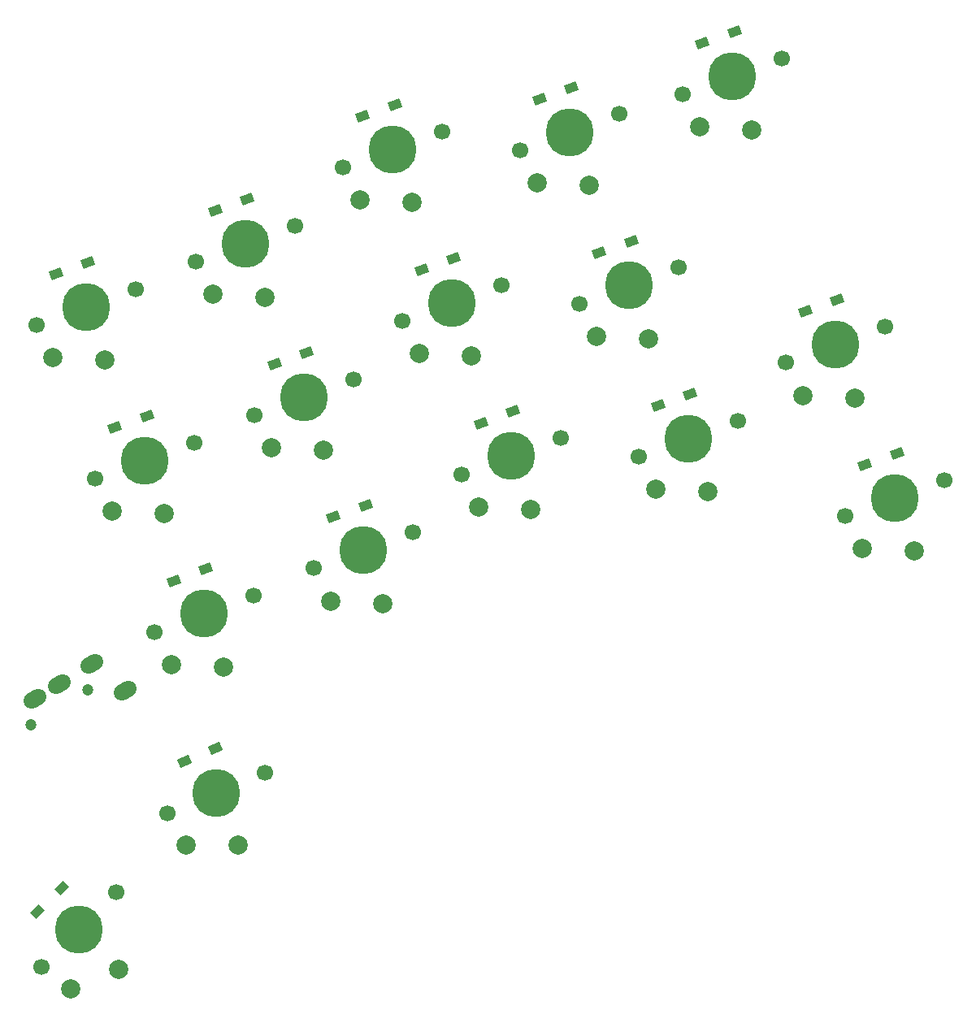
<source format=gbr>
%TF.GenerationSoftware,KiCad,Pcbnew,(6.0.11)*%
%TF.CreationDate,2024-04-14T00:28:17+09:00*%
%TF.ProjectId,haqua34_right,68617175-6133-4345-9f72-696768742e6b,rev?*%
%TF.SameCoordinates,Original*%
%TF.FileFunction,Soldermask,Bot*%
%TF.FilePolarity,Negative*%
%FSLAX46Y46*%
G04 Gerber Fmt 4.6, Leading zero omitted, Abs format (unit mm)*
G04 Created by KiCad (PCBNEW (6.0.11)) date 2024-04-14 00:28:17*
%MOMM*%
%LPD*%
G01*
G04 APERTURE LIST*
G04 Aperture macros list*
%AMHorizOval*
0 Thick line with rounded ends*
0 $1 width*
0 $2 $3 position (X,Y) of the first rounded end (center of the circle)*
0 $4 $5 position (X,Y) of the second rounded end (center of the circle)*
0 Add line between two ends*
20,1,$1,$2,$3,$4,$5,0*
0 Add two circle primitives to create the rounded ends*
1,1,$1,$2,$3*
1,1,$1,$4,$5*%
%AMRotRect*
0 Rectangle, with rotation*
0 The origin of the aperture is its center*
0 $1 length*
0 $2 width*
0 $3 Rotation angle, in degrees counterclockwise*
0 Add horizontal line*
21,1,$1,$2,0,0,$3*%
G04 Aperture macros list end*
%ADD10C,1.700000*%
%ADD11C,5.000000*%
%ADD12C,2.000000*%
%ADD13RotRect,1.300000X0.950000X200.000000*%
%ADD14C,1.200000*%
%ADD15HorizOval,1.700000X0.341056X0.208999X-0.341056X-0.208999X0*%
%ADD16RotRect,1.300000X0.950000X203.000000*%
%ADD17RotRect,1.300000X0.950000X225.000000*%
G04 APERTURE END LIST*
D10*
%TO.C,SW4*%
X105683534Y-39363704D03*
X116020152Y-35601482D03*
D11*
X110851843Y-37482593D03*
D12*
X112869762Y-43026779D03*
X107453056Y-42763526D03*
%TD*%
D13*
%TO.C,D2*%
X77225000Y-44475000D03*
X73889092Y-45689172D03*
%TD*%
D11*
%TO.C,SW15*%
X144725000Y-75600000D03*
D10*
X139556691Y-77481111D03*
X149893309Y-73718889D03*
D12*
X146742919Y-81144186D03*
X141326213Y-80880933D03*
%TD*%
D14*
%TO.C,J1*%
X60625000Y-95625000D03*
X54656519Y-99282490D03*
D15*
X64535960Y-95691299D03*
X55094025Y-96551448D03*
X57651945Y-94983953D03*
X61062506Y-92893958D03*
%TD*%
D11*
%TO.C,SW3*%
X92400000Y-39300000D03*
D10*
X87231691Y-41181111D03*
X97568309Y-37418889D03*
D12*
X94417919Y-44844186D03*
X89001213Y-44580933D03*
%TD*%
D13*
%TO.C,D9*%
X117225000Y-48825000D03*
X113889092Y-50039172D03*
%TD*%
D10*
%TO.C,SW16*%
X63567374Y-116664200D03*
X55789200Y-124442374D03*
D11*
X59678287Y-120553287D03*
D12*
X63850217Y-124725217D03*
X58829759Y-126775827D03*
%TD*%
D13*
%TO.C,D10*%
X138717954Y-54967914D03*
X135382046Y-56182086D03*
%TD*%
%TO.C,D8*%
X98742954Y-50617914D03*
X95407046Y-51832086D03*
%TD*%
%TO.C,D13*%
X104942954Y-66592914D03*
X101607046Y-67807086D03*
%TD*%
D10*
%TO.C,SW8*%
X93383534Y-57163704D03*
D11*
X98551843Y-55282593D03*
D10*
X103720152Y-53401482D03*
D12*
X100569762Y-60826779D03*
X95153056Y-60563526D03*
%TD*%
D10*
%TO.C,SW10*%
X143695152Y-57751482D03*
D11*
X138526843Y-59632593D03*
D10*
X133358534Y-61513704D03*
D12*
X140544762Y-65176779D03*
X135128056Y-64913526D03*
%TD*%
D10*
%TO.C,SW5*%
X132945152Y-29801482D03*
D11*
X127776843Y-31682593D03*
D10*
X122608534Y-33563704D03*
D12*
X129794762Y-37226779D03*
X124378056Y-36963526D03*
%TD*%
D11*
%TO.C,SW9*%
X117025000Y-53475000D03*
D10*
X122193309Y-51593889D03*
X111856691Y-55356111D03*
D12*
X119042919Y-59019186D03*
X113626213Y-58755933D03*
%TD*%
D13*
%TO.C,D6*%
X66792954Y-67042914D03*
X63457046Y-68257086D03*
%TD*%
%TO.C,D3*%
X92592954Y-34642914D03*
X89257046Y-35857086D03*
%TD*%
%TO.C,D15*%
X144942954Y-70942914D03*
X141607046Y-72157086D03*
%TD*%
%TO.C,D11*%
X72942954Y-83017914D03*
X69607046Y-84232086D03*
%TD*%
D10*
%TO.C,SW7*%
X78008534Y-66988704D03*
X88345152Y-63226482D03*
D11*
X83176843Y-65107593D03*
D12*
X85194762Y-70651779D03*
X79778056Y-70388526D03*
%TD*%
D13*
%TO.C,D4*%
X111042954Y-32842914D03*
X107707046Y-34057086D03*
%TD*%
%TO.C,D1*%
X60617954Y-51067914D03*
X57282046Y-52282086D03*
%TD*%
D11*
%TO.C,SW12*%
X89351843Y-81057593D03*
D10*
X94520152Y-79176482D03*
X84183534Y-82938704D03*
D12*
X91369762Y-86601779D03*
X85953056Y-86338526D03*
%TD*%
D13*
%TO.C,D7*%
X83392954Y-60442914D03*
X80057046Y-61657086D03*
%TD*%
D11*
%TO.C,SW13*%
X104726843Y-71257593D03*
D10*
X99558534Y-73138704D03*
X109895152Y-69376482D03*
D12*
X106744762Y-76801779D03*
X101328056Y-76538526D03*
%TD*%
D13*
%TO.C,D14*%
X123392954Y-64767914D03*
X120057046Y-65982086D03*
%TD*%
D16*
%TO.C,D17*%
X73958896Y-101681452D03*
X70691104Y-103068548D03*
%TD*%
D17*
%TO.C,D16*%
X57905115Y-116244885D03*
X55394885Y-118755115D03*
%TD*%
D10*
%TO.C,SW17*%
X68937223Y-108499021D03*
D11*
X74000000Y-106350000D03*
D10*
X79062777Y-104200979D03*
D12*
X76305314Y-111780979D03*
X70882254Y-111801574D03*
%TD*%
D11*
%TO.C,SW2*%
X77025000Y-49125000D03*
D10*
X71856691Y-51006111D03*
X82193309Y-47243889D03*
D12*
X79042919Y-54669186D03*
X73626213Y-54405933D03*
%TD*%
D10*
%TO.C,SW1*%
X65593309Y-53843889D03*
X55256691Y-57606111D03*
D11*
X60425000Y-55725000D03*
D12*
X62442919Y-61269186D03*
X57026213Y-61005933D03*
%TD*%
D13*
%TO.C,D12*%
X89567954Y-76392914D03*
X86232046Y-77607086D03*
%TD*%
%TO.C,D5*%
X127992954Y-27017914D03*
X124657046Y-28232086D03*
%TD*%
D10*
%TO.C,SW14*%
X128345152Y-67551482D03*
D11*
X123176843Y-69432593D03*
D10*
X118008534Y-71313704D03*
D12*
X125194762Y-74976779D03*
X119778056Y-74713526D03*
%TD*%
D10*
%TO.C,SW6*%
X61408534Y-73588704D03*
D11*
X66576843Y-71707593D03*
D10*
X71745152Y-69826482D03*
D12*
X68594762Y-77251779D03*
X63178056Y-76988526D03*
%TD*%
D10*
%TO.C,SW11*%
X67558534Y-89563704D03*
X77895152Y-85801482D03*
D11*
X72726843Y-87682593D03*
D12*
X74744762Y-93226779D03*
X69328056Y-92963526D03*
%TD*%
M02*

</source>
